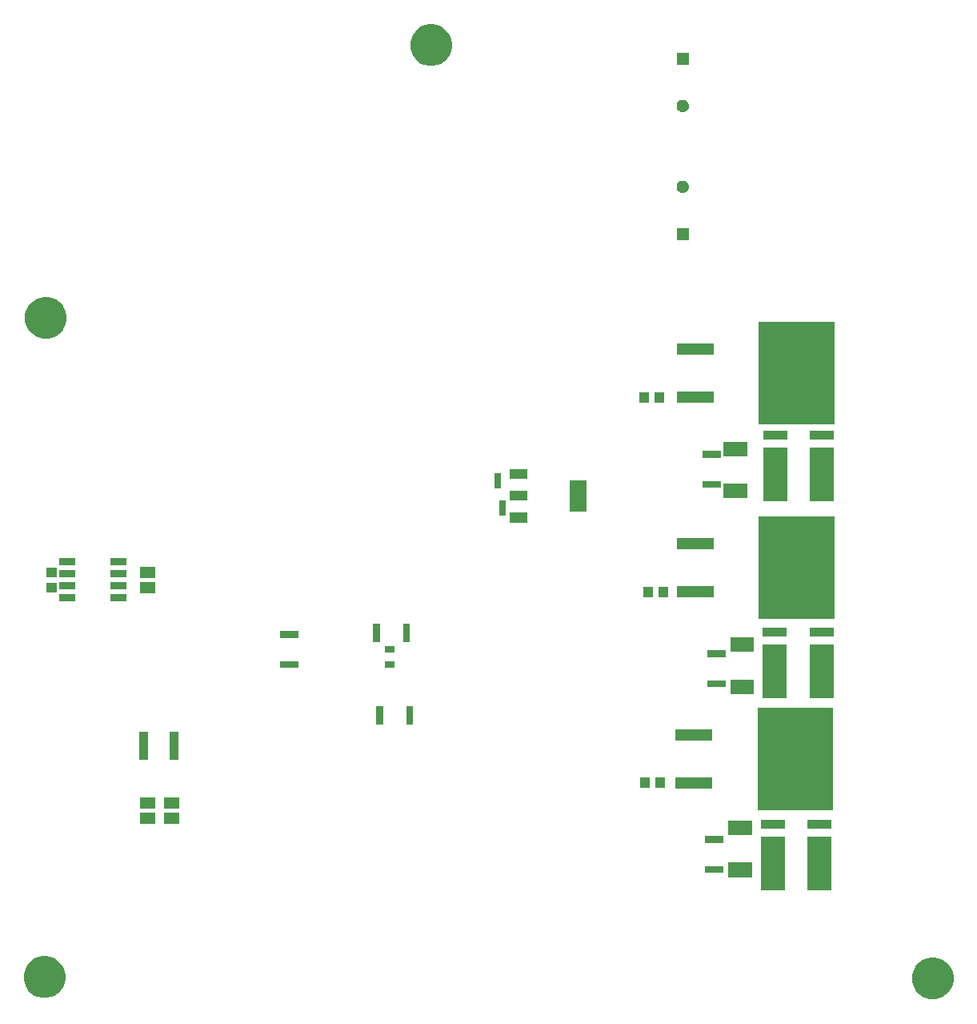
<source format=gbr>
G04 #@! TF.GenerationSoftware,KiCad,Pcbnew,5.0.2+dfsg1-1*
G04 #@! TF.CreationDate,2019-09-30T17:17:48-04:00*
G04 #@! TF.ProjectId,DSC_motor_controller,4453435f-6d6f-4746-9f72-5f636f6e7472,rev?*
G04 #@! TF.SameCoordinates,Original*
G04 #@! TF.FileFunction,Soldermask,Bot*
G04 #@! TF.FilePolarity,Negative*
%FSLAX46Y46*%
G04 Gerber Fmt 4.6, Leading zero omitted, Abs format (unit mm)*
G04 Created by KiCad (PCBNEW 5.0.2+dfsg1-1) date Mon 30 Sep 2019 05:17:48 PM EDT*
%MOMM*%
%LPD*%
G01*
G04 APERTURE LIST*
%ADD10C,0.100000*%
G04 APERTURE END LIST*
D10*
G36*
X157392006Y-199533582D02*
X157792565Y-199699499D01*
X158153059Y-199940373D01*
X158459627Y-200246941D01*
X158700501Y-200607435D01*
X158866418Y-201007994D01*
X158951000Y-201433219D01*
X158951000Y-201866781D01*
X158866418Y-202292006D01*
X158700501Y-202692565D01*
X158459627Y-203053059D01*
X158153059Y-203359627D01*
X157792565Y-203600501D01*
X157392006Y-203766418D01*
X156966781Y-203851000D01*
X156533219Y-203851000D01*
X156107994Y-203766418D01*
X155707435Y-203600501D01*
X155346941Y-203359627D01*
X155040373Y-203053059D01*
X154799499Y-202692565D01*
X154633582Y-202292006D01*
X154549000Y-201866781D01*
X154549000Y-201433219D01*
X154633582Y-201007994D01*
X154799499Y-200607435D01*
X155040373Y-200246941D01*
X155346941Y-199940373D01*
X155707435Y-199699499D01*
X156107994Y-199533582D01*
X156533219Y-199449000D01*
X156966781Y-199449000D01*
X157392006Y-199533582D01*
X157392006Y-199533582D01*
G37*
G36*
X63417006Y-199408582D02*
X63817565Y-199574499D01*
X64178059Y-199815373D01*
X64484627Y-200121941D01*
X64725501Y-200482435D01*
X64891418Y-200882994D01*
X64976000Y-201308219D01*
X64976000Y-201741781D01*
X64891418Y-202167006D01*
X64725501Y-202567565D01*
X64484627Y-202928059D01*
X64178059Y-203234627D01*
X63817565Y-203475501D01*
X63417006Y-203641418D01*
X62991781Y-203726000D01*
X62558219Y-203726000D01*
X62132994Y-203641418D01*
X61732435Y-203475501D01*
X61371941Y-203234627D01*
X61065373Y-202928059D01*
X60824499Y-202567565D01*
X60658582Y-202167006D01*
X60574000Y-201741781D01*
X60574000Y-201308219D01*
X60658582Y-200882994D01*
X60824499Y-200482435D01*
X61065373Y-200121941D01*
X61371941Y-199815373D01*
X61732435Y-199574499D01*
X62132994Y-199408582D01*
X62558219Y-199324000D01*
X62991781Y-199324000D01*
X63417006Y-199408582D01*
X63417006Y-199408582D01*
G37*
G36*
X146058000Y-192335000D02*
X143516000Y-192335000D01*
X143516000Y-186633000D01*
X146058000Y-186633000D01*
X146058000Y-192335000D01*
X146058000Y-192335000D01*
G37*
G36*
X141098000Y-192335000D02*
X138556000Y-192335000D01*
X138556000Y-186633000D01*
X141098000Y-186633000D01*
X141098000Y-192335000D01*
X141098000Y-192335000D01*
G37*
G36*
X137649000Y-190961000D02*
X135147000Y-190961000D01*
X135147000Y-189409000D01*
X137649000Y-189409000D01*
X137649000Y-190961000D01*
X137649000Y-190961000D01*
G37*
G36*
X134565000Y-190505000D02*
X132643000Y-190505000D01*
X132643000Y-189783000D01*
X134565000Y-189783000D01*
X134565000Y-190505000D01*
X134565000Y-190505000D01*
G37*
G36*
X134565000Y-187305000D02*
X132643000Y-187305000D01*
X132643000Y-186583000D01*
X134565000Y-186583000D01*
X134565000Y-187305000D01*
X134565000Y-187305000D01*
G37*
G36*
X137649000Y-186511000D02*
X135147000Y-186511000D01*
X135147000Y-184959000D01*
X137649000Y-184959000D01*
X137649000Y-186511000D01*
X137649000Y-186511000D01*
G37*
G36*
X146058000Y-185845000D02*
X143516000Y-185845000D01*
X143516000Y-184853000D01*
X146058000Y-184853000D01*
X146058000Y-185845000D01*
X146058000Y-185845000D01*
G37*
G36*
X141098000Y-185845000D02*
X138556000Y-185845000D01*
X138556000Y-184853000D01*
X141098000Y-184853000D01*
X141098000Y-185845000D01*
X141098000Y-185845000D01*
G37*
G36*
X76986000Y-185355000D02*
X75414000Y-185355000D01*
X75414000Y-184153000D01*
X76986000Y-184153000D01*
X76986000Y-185355000D01*
X76986000Y-185355000D01*
G37*
G36*
X74446000Y-185355000D02*
X72874000Y-185355000D01*
X72874000Y-184153000D01*
X74446000Y-184153000D01*
X74446000Y-185355000D01*
X74446000Y-185355000D01*
G37*
G36*
X146234000Y-183861000D02*
X138232000Y-183861000D01*
X138232000Y-173009000D01*
X146234000Y-173009000D01*
X146234000Y-183861000D01*
X146234000Y-183861000D01*
G37*
G36*
X76986000Y-183735000D02*
X75414000Y-183735000D01*
X75414000Y-182533000D01*
X76986000Y-182533000D01*
X76986000Y-183735000D01*
X76986000Y-183735000D01*
G37*
G36*
X74446000Y-183735000D02*
X72874000Y-183735000D01*
X72874000Y-182533000D01*
X74446000Y-182533000D01*
X74446000Y-183735000D01*
X74446000Y-183735000D01*
G37*
G36*
X133434000Y-181551000D02*
X129532000Y-181551000D01*
X129532000Y-180399000D01*
X133434000Y-180399000D01*
X133434000Y-181551000D01*
X133434000Y-181551000D01*
G37*
G36*
X128428000Y-181526000D02*
X127426000Y-181526000D01*
X127426000Y-180424000D01*
X128428000Y-180424000D01*
X128428000Y-181526000D01*
X128428000Y-181526000D01*
G37*
G36*
X126828000Y-181526000D02*
X125826000Y-181526000D01*
X125826000Y-180424000D01*
X126828000Y-180424000D01*
X126828000Y-181526000D01*
X126828000Y-181526000D01*
G37*
G36*
X73710000Y-178499000D02*
X72798000Y-178499000D01*
X72798000Y-175577000D01*
X73710000Y-175577000D01*
X73710000Y-178499000D01*
X73710000Y-178499000D01*
G37*
G36*
X76910000Y-178499000D02*
X75998000Y-178499000D01*
X75998000Y-175577000D01*
X76910000Y-175577000D01*
X76910000Y-178499000D01*
X76910000Y-178499000D01*
G37*
G36*
X133434000Y-176471000D02*
X129532000Y-176471000D01*
X129532000Y-175319000D01*
X133434000Y-175319000D01*
X133434000Y-176471000D01*
X133434000Y-176471000D01*
G37*
G36*
X101783000Y-174824000D02*
X101061000Y-174824000D01*
X101061000Y-172902000D01*
X101783000Y-172902000D01*
X101783000Y-174824000D01*
X101783000Y-174824000D01*
G37*
G36*
X98583000Y-174824000D02*
X97861000Y-174824000D01*
X97861000Y-172902000D01*
X98583000Y-172902000D01*
X98583000Y-174824000D01*
X98583000Y-174824000D01*
G37*
G36*
X141285000Y-172016000D02*
X138743000Y-172016000D01*
X138743000Y-166314000D01*
X141285000Y-166314000D01*
X141285000Y-172016000D01*
X141285000Y-172016000D01*
G37*
G36*
X146245000Y-172016000D02*
X143703000Y-172016000D01*
X143703000Y-166314000D01*
X146245000Y-166314000D01*
X146245000Y-172016000D01*
X146245000Y-172016000D01*
G37*
G36*
X137839500Y-171596000D02*
X135337500Y-171596000D01*
X135337500Y-170044000D01*
X137839500Y-170044000D01*
X137839500Y-171596000D01*
X137839500Y-171596000D01*
G37*
G36*
X134819000Y-170871000D02*
X132897000Y-170871000D01*
X132897000Y-170149000D01*
X134819000Y-170149000D01*
X134819000Y-170871000D01*
X134819000Y-170871000D01*
G37*
G36*
X89607000Y-168839000D02*
X87685000Y-168839000D01*
X87685000Y-168117000D01*
X89607000Y-168117000D01*
X89607000Y-168839000D01*
X89607000Y-168839000D01*
G37*
G36*
X99835000Y-168799000D02*
X98793000Y-168799000D01*
X98793000Y-168157000D01*
X99835000Y-168157000D01*
X99835000Y-168799000D01*
X99835000Y-168799000D01*
G37*
G36*
X134819000Y-167671000D02*
X132897000Y-167671000D01*
X132897000Y-166949000D01*
X134819000Y-166949000D01*
X134819000Y-167671000D01*
X134819000Y-167671000D01*
G37*
G36*
X99835000Y-167199000D02*
X98793000Y-167199000D01*
X98793000Y-166557000D01*
X99835000Y-166557000D01*
X99835000Y-167199000D01*
X99835000Y-167199000D01*
G37*
G36*
X137839500Y-167146000D02*
X135337500Y-167146000D01*
X135337500Y-165594000D01*
X137839500Y-165594000D01*
X137839500Y-167146000D01*
X137839500Y-167146000D01*
G37*
G36*
X101453000Y-166061000D02*
X100731000Y-166061000D01*
X100731000Y-164139000D01*
X101453000Y-164139000D01*
X101453000Y-166061000D01*
X101453000Y-166061000D01*
G37*
G36*
X98253000Y-166061000D02*
X97531000Y-166061000D01*
X97531000Y-164139000D01*
X98253000Y-164139000D01*
X98253000Y-166061000D01*
X98253000Y-166061000D01*
G37*
G36*
X89607000Y-165639000D02*
X87685000Y-165639000D01*
X87685000Y-164917000D01*
X89607000Y-164917000D01*
X89607000Y-165639000D01*
X89607000Y-165639000D01*
G37*
G36*
X141285000Y-165526000D02*
X138743000Y-165526000D01*
X138743000Y-164534000D01*
X141285000Y-164534000D01*
X141285000Y-165526000D01*
X141285000Y-165526000D01*
G37*
G36*
X146245000Y-165526000D02*
X143703000Y-165526000D01*
X143703000Y-164534000D01*
X146245000Y-164534000D01*
X146245000Y-165526000D01*
X146245000Y-165526000D01*
G37*
G36*
X146368000Y-163668000D02*
X138366000Y-163668000D01*
X138366000Y-152816000D01*
X146368000Y-152816000D01*
X146368000Y-163668000D01*
X146368000Y-163668000D01*
G37*
G36*
X71407000Y-161793000D02*
X69780000Y-161793000D01*
X69780000Y-161041000D01*
X71407000Y-161041000D01*
X71407000Y-161793000D01*
X71407000Y-161793000D01*
G37*
G36*
X65983000Y-161793000D02*
X64356000Y-161793000D01*
X64356000Y-161041000D01*
X65983000Y-161041000D01*
X65983000Y-161793000D01*
X65983000Y-161793000D01*
G37*
G36*
X133568000Y-161358000D02*
X129666000Y-161358000D01*
X129666000Y-160206000D01*
X133568000Y-160206000D01*
X133568000Y-161358000D01*
X133568000Y-161358000D01*
G37*
G36*
X127171000Y-161333000D02*
X126169000Y-161333000D01*
X126169000Y-160231000D01*
X127171000Y-160231000D01*
X127171000Y-161333000D01*
X127171000Y-161333000D01*
G37*
G36*
X128771000Y-161333000D02*
X127769000Y-161333000D01*
X127769000Y-160231000D01*
X128771000Y-160231000D01*
X128771000Y-161333000D01*
X128771000Y-161333000D01*
G37*
G36*
X74446000Y-160971000D02*
X72874000Y-160971000D01*
X72874000Y-159769000D01*
X74446000Y-159769000D01*
X74446000Y-160971000D01*
X74446000Y-160971000D01*
G37*
G36*
X64051000Y-160851000D02*
X62949000Y-160851000D01*
X62949000Y-159849000D01*
X64051000Y-159849000D01*
X64051000Y-160851000D01*
X64051000Y-160851000D01*
G37*
G36*
X65983000Y-160523000D02*
X64356000Y-160523000D01*
X64356000Y-159771000D01*
X65983000Y-159771000D01*
X65983000Y-160523000D01*
X65983000Y-160523000D01*
G37*
G36*
X71407000Y-160523000D02*
X69780000Y-160523000D01*
X69780000Y-159771000D01*
X71407000Y-159771000D01*
X71407000Y-160523000D01*
X71407000Y-160523000D01*
G37*
G36*
X74446000Y-159351000D02*
X72874000Y-159351000D01*
X72874000Y-158149000D01*
X74446000Y-158149000D01*
X74446000Y-159351000D01*
X74446000Y-159351000D01*
G37*
G36*
X71407000Y-159253000D02*
X69780000Y-159253000D01*
X69780000Y-158501000D01*
X71407000Y-158501000D01*
X71407000Y-159253000D01*
X71407000Y-159253000D01*
G37*
G36*
X65983000Y-159253000D02*
X64356000Y-159253000D01*
X64356000Y-158501000D01*
X65983000Y-158501000D01*
X65983000Y-159253000D01*
X65983000Y-159253000D01*
G37*
G36*
X64051000Y-159251000D02*
X62949000Y-159251000D01*
X62949000Y-158249000D01*
X64051000Y-158249000D01*
X64051000Y-159251000D01*
X64051000Y-159251000D01*
G37*
G36*
X65983000Y-157983000D02*
X64356000Y-157983000D01*
X64356000Y-157231000D01*
X65983000Y-157231000D01*
X65983000Y-157983000D01*
X65983000Y-157983000D01*
G37*
G36*
X71407000Y-157983000D02*
X69780000Y-157983000D01*
X69780000Y-157231000D01*
X71407000Y-157231000D01*
X71407000Y-157983000D01*
X71407000Y-157983000D01*
G37*
G36*
X133568000Y-156278000D02*
X129666000Y-156278000D01*
X129666000Y-155126000D01*
X133568000Y-155126000D01*
X133568000Y-156278000D01*
X133568000Y-156278000D01*
G37*
G36*
X113854000Y-153448000D02*
X112002000Y-153448000D01*
X112002000Y-152396000D01*
X113854000Y-152396000D01*
X113854000Y-153448000D01*
X113854000Y-153448000D01*
G37*
G36*
X111613000Y-152703000D02*
X110891000Y-152703000D01*
X110891000Y-151081000D01*
X111613000Y-151081000D01*
X111613000Y-152703000D01*
X111613000Y-152703000D01*
G37*
G36*
X120154000Y-152273000D02*
X118302000Y-152273000D01*
X118302000Y-148971000D01*
X120154000Y-148971000D01*
X120154000Y-152273000D01*
X120154000Y-152273000D01*
G37*
G36*
X146305000Y-151187000D02*
X143763000Y-151187000D01*
X143763000Y-145485000D01*
X146305000Y-145485000D01*
X146305000Y-151187000D01*
X146305000Y-151187000D01*
G37*
G36*
X141345000Y-151187000D02*
X138803000Y-151187000D01*
X138803000Y-145485000D01*
X141345000Y-145485000D01*
X141345000Y-151187000D01*
X141345000Y-151187000D01*
G37*
G36*
X113854000Y-151148000D02*
X112002000Y-151148000D01*
X112002000Y-150096000D01*
X113854000Y-150096000D01*
X113854000Y-151148000D01*
X113854000Y-151148000D01*
G37*
G36*
X137141000Y-150892500D02*
X134639000Y-150892500D01*
X134639000Y-149340500D01*
X137141000Y-149340500D01*
X137141000Y-150892500D01*
X137141000Y-150892500D01*
G37*
G36*
X111105000Y-149861000D02*
X110383000Y-149861000D01*
X110383000Y-148239000D01*
X111105000Y-148239000D01*
X111105000Y-149861000D01*
X111105000Y-149861000D01*
G37*
G36*
X134311000Y-149789000D02*
X132389000Y-149789000D01*
X132389000Y-149067000D01*
X134311000Y-149067000D01*
X134311000Y-149789000D01*
X134311000Y-149789000D01*
G37*
G36*
X113854000Y-148848000D02*
X112002000Y-148848000D01*
X112002000Y-147796000D01*
X113854000Y-147796000D01*
X113854000Y-148848000D01*
X113854000Y-148848000D01*
G37*
G36*
X134311000Y-146589000D02*
X132389000Y-146589000D01*
X132389000Y-145867000D01*
X134311000Y-145867000D01*
X134311000Y-146589000D01*
X134311000Y-146589000D01*
G37*
G36*
X137141000Y-146442500D02*
X134639000Y-146442500D01*
X134639000Y-144890500D01*
X137141000Y-144890500D01*
X137141000Y-146442500D01*
X137141000Y-146442500D01*
G37*
G36*
X146305000Y-144697000D02*
X143763000Y-144697000D01*
X143763000Y-143705000D01*
X146305000Y-143705000D01*
X146305000Y-144697000D01*
X146305000Y-144697000D01*
G37*
G36*
X141345000Y-144697000D02*
X138803000Y-144697000D01*
X138803000Y-143705000D01*
X141345000Y-143705000D01*
X141345000Y-144697000D01*
X141345000Y-144697000D01*
G37*
G36*
X146368000Y-143094000D02*
X138366000Y-143094000D01*
X138366000Y-132242000D01*
X146368000Y-132242000D01*
X146368000Y-143094000D01*
X146368000Y-143094000D01*
G37*
G36*
X133568000Y-140784000D02*
X129666000Y-140784000D01*
X129666000Y-139632000D01*
X133568000Y-139632000D01*
X133568000Y-140784000D01*
X133568000Y-140784000D01*
G37*
G36*
X126701000Y-140759000D02*
X125699000Y-140759000D01*
X125699000Y-139657000D01*
X126701000Y-139657000D01*
X126701000Y-140759000D01*
X126701000Y-140759000D01*
G37*
G36*
X128301000Y-140759000D02*
X127299000Y-140759000D01*
X127299000Y-139657000D01*
X128301000Y-139657000D01*
X128301000Y-140759000D01*
X128301000Y-140759000D01*
G37*
G36*
X133568000Y-135704000D02*
X129666000Y-135704000D01*
X129666000Y-134552000D01*
X133568000Y-134552000D01*
X133568000Y-135704000D01*
X133568000Y-135704000D01*
G37*
G36*
X63567006Y-129683582D02*
X63967565Y-129849499D01*
X64328059Y-130090373D01*
X64634627Y-130396941D01*
X64875501Y-130757435D01*
X65041418Y-131157994D01*
X65126000Y-131583219D01*
X65126000Y-132016781D01*
X65041418Y-132442006D01*
X64875501Y-132842565D01*
X64634627Y-133203059D01*
X64328059Y-133509627D01*
X63967565Y-133750501D01*
X63567006Y-133916418D01*
X63141781Y-134001000D01*
X62708219Y-134001000D01*
X62282994Y-133916418D01*
X61882435Y-133750501D01*
X61521941Y-133509627D01*
X61215373Y-133203059D01*
X60974499Y-132842565D01*
X60808582Y-132442006D01*
X60724000Y-132016781D01*
X60724000Y-131583219D01*
X60808582Y-131157994D01*
X60974499Y-130757435D01*
X61215373Y-130396941D01*
X61521941Y-130090373D01*
X61882435Y-129849499D01*
X62282994Y-129683582D01*
X62708219Y-129599000D01*
X63141781Y-129599000D01*
X63567006Y-129683582D01*
X63567006Y-129683582D01*
G37*
G36*
X130953000Y-123587000D02*
X129651000Y-123587000D01*
X129651000Y-122285000D01*
X130953000Y-122285000D01*
X130953000Y-123587000D01*
X130953000Y-123587000D01*
G37*
G36*
X130491890Y-117310017D02*
X130610361Y-117359089D01*
X130716992Y-117430338D01*
X130807662Y-117521008D01*
X130878911Y-117627639D01*
X130927983Y-117746110D01*
X130953000Y-117871881D01*
X130953000Y-118000119D01*
X130927983Y-118125890D01*
X130878911Y-118244361D01*
X130807662Y-118350992D01*
X130716992Y-118441662D01*
X130610361Y-118512911D01*
X130491890Y-118561983D01*
X130366119Y-118587000D01*
X130237881Y-118587000D01*
X130112110Y-118561983D01*
X129993639Y-118512911D01*
X129887008Y-118441662D01*
X129796338Y-118350992D01*
X129725089Y-118244361D01*
X129676017Y-118125890D01*
X129651000Y-118000119D01*
X129651000Y-117871881D01*
X129676017Y-117746110D01*
X129725089Y-117627639D01*
X129796338Y-117521008D01*
X129887008Y-117430338D01*
X129993639Y-117359089D01*
X130112110Y-117310017D01*
X130237881Y-117285000D01*
X130366119Y-117285000D01*
X130491890Y-117310017D01*
X130491890Y-117310017D01*
G37*
G36*
X130491890Y-108768017D02*
X130610361Y-108817089D01*
X130716992Y-108888338D01*
X130807662Y-108979008D01*
X130878911Y-109085639D01*
X130927983Y-109204110D01*
X130953000Y-109329881D01*
X130953000Y-109458119D01*
X130927983Y-109583890D01*
X130878911Y-109702361D01*
X130807662Y-109808992D01*
X130716992Y-109899662D01*
X130610361Y-109970911D01*
X130491890Y-110019983D01*
X130366119Y-110045000D01*
X130237881Y-110045000D01*
X130112110Y-110019983D01*
X129993639Y-109970911D01*
X129887008Y-109899662D01*
X129796338Y-109808992D01*
X129725089Y-109702361D01*
X129676017Y-109583890D01*
X129651000Y-109458119D01*
X129651000Y-109329881D01*
X129676017Y-109204110D01*
X129725089Y-109085639D01*
X129796338Y-108979008D01*
X129887008Y-108888338D01*
X129993639Y-108817089D01*
X130112110Y-108768017D01*
X130237881Y-108743000D01*
X130366119Y-108743000D01*
X130491890Y-108768017D01*
X130491890Y-108768017D01*
G37*
G36*
X104317006Y-100858582D02*
X104717565Y-101024499D01*
X105078059Y-101265373D01*
X105384627Y-101571941D01*
X105625501Y-101932435D01*
X105791418Y-102332994D01*
X105876000Y-102758219D01*
X105876000Y-103191781D01*
X105791418Y-103617006D01*
X105625501Y-104017565D01*
X105384627Y-104378059D01*
X105078059Y-104684627D01*
X104717565Y-104925501D01*
X104317006Y-105091418D01*
X103891781Y-105176000D01*
X103458219Y-105176000D01*
X103032994Y-105091418D01*
X102632435Y-104925501D01*
X102271941Y-104684627D01*
X101965373Y-104378059D01*
X101724499Y-104017565D01*
X101558582Y-103617006D01*
X101474000Y-103191781D01*
X101474000Y-102758219D01*
X101558582Y-102332994D01*
X101724499Y-101932435D01*
X101965373Y-101571941D01*
X102271941Y-101265373D01*
X102632435Y-101024499D01*
X103032994Y-100858582D01*
X103458219Y-100774000D01*
X103891781Y-100774000D01*
X104317006Y-100858582D01*
X104317006Y-100858582D01*
G37*
G36*
X130953000Y-105045000D02*
X129651000Y-105045000D01*
X129651000Y-103743000D01*
X130953000Y-103743000D01*
X130953000Y-105045000D01*
X130953000Y-105045000D01*
G37*
M02*

</source>
